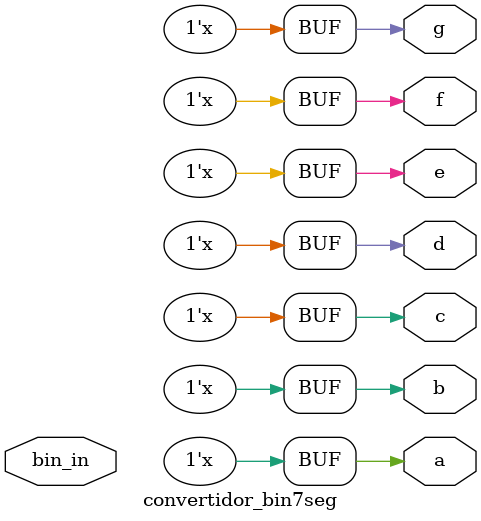
<source format=v>

module convertidor_bin7seg(
	input  [3:0] bin_in,	      // entrada binaria 4 bits
	output reg a,b,c,d,e,f,g);	// salida 7-segmentos

	// Escriba aqui el código
	// Se recomienda utilizar un proceso always con
	// una sentencia case
	reg [6:0] salida; 
	
	always @(*)
		begin
			salida <= {a,b,c,d,e,f,g};
			case (bin_in)
				4'h0 : salida<=8'h1;
				4'h1 : salida<=8'b1001111;
				4'h2 : salida<=8'b0010010;				
				4'h3 : salida<=8'b0000110;		
				4'h4 : salida<=8'b1001100;
				4'h5 : salida<=8'b0100100;
				4'h6 : salida<=8'b0100000;
				4'h7 : salida<=8'b0001111;
				4'h8 : salida<=8'b0000000;
				4'h9 : salida<=8'b0000100;
				4'hA : salida<=8'b0001000;
				4'hB : salida<=8'b1100000;
				4'hC : salida<=8'b0110001;
				4'hD : salida<=8'b1000010;
				4'hE : salida<=8'b0110000;
				4'hF : salida<=8'b0111000;
				default: salida<=8'b1111111;
			endcase
		a<=salida[6];	
		b<=salida[5];
		c<=salida[4];
		d<=salida[3];
		e<=salida[2];
		f<=salida[1];
		g<=salida[0];	
	end 
	
endmodule	//  convertidor_bin7seg
</source>
